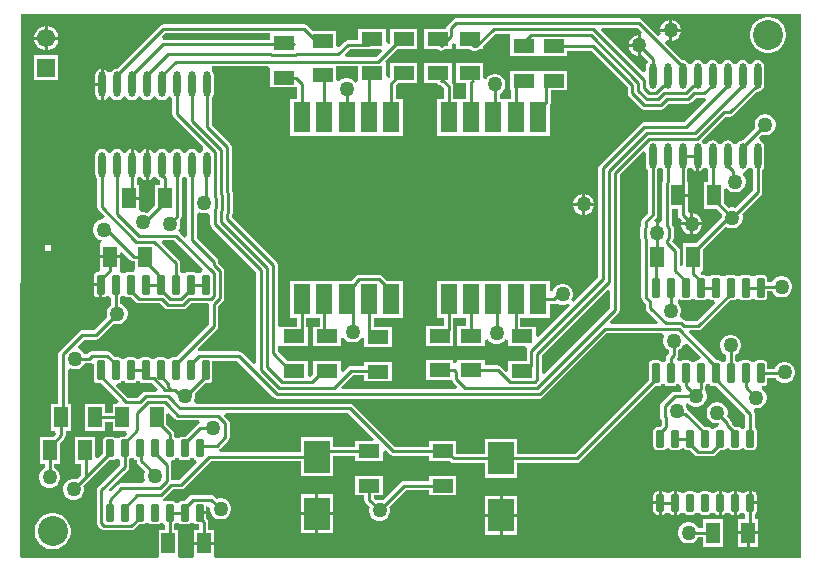
<source format=gtl>
G04*
G04 #@! TF.GenerationSoftware,Altium Limited,Altium Designer,25.0.2 (28)*
G04*
G04 Layer_Physical_Order=1*
G04 Layer_Color=255*
%FSLAX44Y44*%
%MOMM*%
G71*
G04*
G04 #@! TF.SameCoordinates,877775E4-4AF8-4732-A6CF-0C93CC7184C8*
G04*
G04*
G04 #@! TF.FilePolarity,Positive*
G04*
G01*
G75*
%ADD15C,0.2540*%
%ADD16R,2.2000X2.8000*%
G04:AMPARAMS|DCode=17|XSize=0.6mm|YSize=1.45mm|CornerRadius=0.051mm|HoleSize=0mm|Usage=FLASHONLY|Rotation=0.000|XOffset=0mm|YOffset=0mm|HoleType=Round|Shape=RoundedRectangle|*
%AMROUNDEDRECTD17*
21,1,0.6000,1.3480,0,0,0.0*
21,1,0.4980,1.4500,0,0,0.0*
1,1,0.1020,0.2490,-0.6740*
1,1,0.1020,-0.2490,-0.6740*
1,1,0.1020,-0.2490,0.6740*
1,1,0.1020,0.2490,0.6740*
%
%ADD17ROUNDEDRECTD17*%
%ADD18R,1.1500X1.8000*%
%ADD19O,0.6000X2.1500*%
G04:AMPARAMS|DCode=20|XSize=0.6mm|YSize=1.65mm|CornerRadius=0.051mm|HoleSize=0mm|Usage=FLASHONLY|Rotation=180.000|XOffset=0mm|YOffset=0mm|HoleType=Round|Shape=RoundedRectangle|*
%AMROUNDEDRECTD20*
21,1,0.6000,1.5480,0,0,180.0*
21,1,0.4980,1.6500,0,0,180.0*
1,1,0.1020,-0.2490,0.7740*
1,1,0.1020,0.2490,0.7740*
1,1,0.1020,0.2490,-0.7740*
1,1,0.1020,-0.2490,-0.7740*
%
%ADD20ROUNDEDRECTD20*%
%ADD21R,1.8000X1.1500*%
%ADD22R,1.4000X2.6000*%
%ADD31C,1.5500*%
%ADD32R,1.5500X1.5500*%
%ADD34C,2.5400*%
%ADD35C,1.2700*%
G36*
X882540Y1029835D02*
X792411D01*
X791900Y1030466D01*
X791226Y1032243D01*
X793959Y1034975D01*
X882540D01*
Y1029835D01*
D02*
G37*
G36*
X1332230Y590550D02*
X836880D01*
X834820Y591710D01*
X834820Y593090D01*
Y601980D01*
X826530D01*
X818240D01*
Y593090D01*
X818240Y591710D01*
X816180Y590550D01*
X806880D01*
X804820Y591710D01*
X804820Y593090D01*
Y614790D01*
X801445D01*
Y619864D01*
X802249Y620401D01*
X802499Y620775D01*
X803073Y620927D01*
X804747D01*
X805321Y620775D01*
X805571Y620401D01*
X806580Y619727D01*
X807770Y619490D01*
X812750D01*
X813940Y619727D01*
X814949Y620401D01*
X815199Y620775D01*
X815773Y620927D01*
X817447D01*
X818021Y620775D01*
X818271Y620401D01*
X819280Y619727D01*
X820470Y619490D01*
X822645D01*
Y614790D01*
X818240D01*
Y604520D01*
X826530D01*
X834820D01*
Y614790D01*
X830415D01*
Y621520D01*
X830119Y623007D01*
X829277Y624267D01*
X828560Y624984D01*
Y628070D01*
X822960D01*
Y630610D01*
X828560D01*
Y634548D01*
X829563Y634908D01*
X830539Y634362D01*
X831850Y633031D01*
Y631290D01*
X832456Y629029D01*
X833626Y627001D01*
X835281Y625346D01*
X837309Y624176D01*
X839570Y623570D01*
X841910D01*
X844171Y624176D01*
X846199Y625346D01*
X847854Y627001D01*
X849024Y629029D01*
X849630Y631290D01*
Y633630D01*
X849024Y635891D01*
X847854Y637919D01*
X846199Y639574D01*
X844171Y640744D01*
X841910Y641350D01*
X839570D01*
X837814Y640880D01*
X835547Y643147D01*
X834287Y643989D01*
X832800Y644285D01*
X817070D01*
X815583Y643989D01*
X814323Y643147D01*
X810366Y639190D01*
X807770D01*
X806580Y638953D01*
X805571Y638279D01*
X805321Y637905D01*
X804747Y637753D01*
X803073D01*
X802499Y637905D01*
X802249Y638279D01*
X801240Y638953D01*
X800050Y639190D01*
X795070D01*
X793880Y638953D01*
X792217Y639495D01*
X792251Y640930D01*
X792810Y641303D01*
X800402Y648895D01*
X807239D01*
X808726Y649191D01*
X809986Y650033D01*
X832539Y672585D01*
X908480D01*
Y659930D01*
X935560D01*
Y677365D01*
X954930D01*
Y672960D01*
X978010D01*
Y681036D01*
X980357Y682008D01*
X983861Y678503D01*
X985122Y677661D01*
X986608Y677365D01*
X1017160D01*
Y672960D01*
X1034746D01*
X1035253Y672453D01*
X1036513Y671611D01*
X1038000Y671315D01*
X1064690D01*
Y658660D01*
X1091770D01*
Y671315D01*
X1142150D01*
X1143637Y671611D01*
X1144897Y672453D01*
X1208934Y736490D01*
X1211530D01*
X1212720Y736727D01*
X1213729Y737401D01*
X1213979Y737775D01*
X1214553Y737927D01*
X1216227D01*
X1216801Y737775D01*
X1217051Y737401D01*
X1218060Y736727D01*
X1219250Y736490D01*
X1224230D01*
X1225420Y736727D01*
X1226429Y737401D01*
X1226679Y737775D01*
X1227253Y737927D01*
X1228456D01*
X1230555Y736600D01*
X1230851Y735113D01*
X1231505Y734135D01*
X1231001Y732182D01*
X1230758Y731595D01*
X1225152D01*
X1223665Y731299D01*
X1222405Y730457D01*
X1213913Y721965D01*
X1213071Y720705D01*
X1212775Y719218D01*
Y710802D01*
X1213071Y709315D01*
X1213913Y708055D01*
X1214287Y707680D01*
Y703221D01*
X1212956Y701890D01*
X1210360D01*
X1209170Y701653D01*
X1208161Y700979D01*
X1207487Y699970D01*
X1207250Y698780D01*
Y685300D01*
X1207487Y684110D01*
X1208161Y683101D01*
X1209170Y682427D01*
X1210360Y682190D01*
X1215340D01*
X1216530Y682427D01*
X1217539Y683101D01*
X1217789Y683475D01*
X1218363Y683627D01*
X1220037D01*
X1220611Y683475D01*
X1220861Y683101D01*
X1221870Y682427D01*
X1223060Y682190D01*
X1228040D01*
X1229230Y682427D01*
X1230239Y683101D01*
X1230489Y683475D01*
X1231063Y683627D01*
X1232737D01*
X1233311Y683475D01*
X1233561Y683101D01*
X1234570Y682427D01*
X1235760Y682190D01*
X1238356D01*
X1242313Y678233D01*
X1243573Y677391D01*
X1245060Y677095D01*
X1256840D01*
X1258327Y677391D01*
X1259587Y678233D01*
X1263544Y682190D01*
X1266140D01*
X1267330Y682427D01*
X1268339Y683101D01*
X1268589Y683475D01*
X1269163Y683627D01*
X1270837D01*
X1271411Y683475D01*
X1271661Y683101D01*
X1272670Y682427D01*
X1273860Y682190D01*
X1278840D01*
X1280030Y682427D01*
X1281039Y683101D01*
X1281289Y683475D01*
X1281863Y683627D01*
X1283537D01*
X1284111Y683475D01*
X1284361Y683101D01*
X1285370Y682427D01*
X1286560Y682190D01*
X1291540D01*
X1292730Y682427D01*
X1293739Y683101D01*
X1294413Y684110D01*
X1294650Y685300D01*
Y698780D01*
X1294413Y699970D01*
X1293739Y700979D01*
X1292935Y701516D01*
Y712880D01*
X1292639Y714367D01*
X1292118Y715146D01*
X1292618Y716572D01*
X1293466Y717550D01*
X1295300D01*
X1297561Y718156D01*
X1299589Y719326D01*
X1301244Y720981D01*
X1302414Y723009D01*
X1303020Y725270D01*
Y727610D01*
X1302414Y729871D01*
X1301244Y731899D01*
X1299589Y733554D01*
X1298902Y733950D01*
X1299582Y736490D01*
X1300430D01*
X1301620Y736727D01*
X1302629Y737401D01*
X1303303Y738410D01*
X1303540Y739600D01*
Y743455D01*
X1310636D01*
X1311146Y742571D01*
X1312801Y740916D01*
X1314829Y739746D01*
X1317090Y739140D01*
X1319430D01*
X1321691Y739746D01*
X1323719Y740916D01*
X1325374Y742571D01*
X1326544Y744599D01*
X1327150Y746860D01*
Y749200D01*
X1326544Y751461D01*
X1325374Y753489D01*
X1323719Y755144D01*
X1321691Y756314D01*
X1319430Y756920D01*
X1317090D01*
X1314829Y756314D01*
X1312801Y755144D01*
X1311146Y753489D01*
X1309976Y751461D01*
X1309912Y751225D01*
X1303540D01*
Y755080D01*
X1303303Y756270D01*
X1302629Y757279D01*
X1301620Y757953D01*
X1300430Y758190D01*
X1295450D01*
X1294260Y757953D01*
X1293251Y757279D01*
X1293001Y756905D01*
X1292427Y756753D01*
X1290753D01*
X1290179Y756905D01*
X1289929Y757279D01*
X1288920Y757953D01*
X1287730Y758190D01*
X1282750D01*
X1281560Y757953D01*
X1280551Y757279D01*
X1277975Y757241D01*
X1276425Y758618D01*
Y762868D01*
X1277999Y763776D01*
X1279654Y765431D01*
X1280824Y767459D01*
X1281430Y769720D01*
Y772060D01*
X1280824Y774321D01*
X1279654Y776349D01*
X1277999Y778004D01*
X1275971Y779174D01*
X1273710Y779780D01*
X1271370D01*
X1269109Y779174D01*
X1267081Y778004D01*
X1265426Y776349D01*
X1264256Y774321D01*
X1263650Y772060D01*
Y769720D01*
X1264256Y767459D01*
X1265426Y765431D01*
X1267081Y763776D01*
X1268655Y762868D01*
Y757816D01*
X1267851Y757279D01*
X1267601Y756905D01*
X1267027Y756753D01*
X1265353D01*
X1264779Y756905D01*
X1264529Y757279D01*
X1263520Y757953D01*
X1262330Y758190D01*
X1260652D01*
X1237613Y781229D01*
X1238585Y783575D01*
X1245410D01*
X1246897Y783871D01*
X1248157Y784713D01*
X1272434Y808990D01*
X1275030D01*
X1276220Y809227D01*
X1277229Y809901D01*
X1277479Y810275D01*
X1278053Y810427D01*
X1279727D01*
X1280301Y810275D01*
X1280551Y809901D01*
X1281560Y809227D01*
X1282750Y808990D01*
X1287730D01*
X1288920Y809227D01*
X1289929Y809901D01*
X1290179Y810275D01*
X1290753Y810427D01*
X1292427D01*
X1293001Y810275D01*
X1293251Y809901D01*
X1294260Y809227D01*
X1295450Y808990D01*
X1300430D01*
X1301620Y809227D01*
X1302629Y809901D01*
X1303303Y810910D01*
X1303540Y812100D01*
Y816535D01*
X1307697D01*
X1308606Y814961D01*
X1310261Y813306D01*
X1312289Y812136D01*
X1314550Y811530D01*
X1316890D01*
X1319151Y812136D01*
X1321179Y813306D01*
X1322834Y814961D01*
X1324004Y816989D01*
X1324610Y819250D01*
Y821590D01*
X1324004Y823851D01*
X1322834Y825879D01*
X1321179Y827534D01*
X1319151Y828704D01*
X1316890Y829310D01*
X1314550D01*
X1312289Y828704D01*
X1310261Y827534D01*
X1308606Y825879D01*
X1307697Y824305D01*
X1303540D01*
Y827580D01*
X1303303Y828770D01*
X1302629Y829779D01*
X1301620Y830453D01*
X1300430Y830690D01*
X1295450D01*
X1294260Y830453D01*
X1293251Y829779D01*
X1293001Y829405D01*
X1292427Y829253D01*
X1290753D01*
X1290179Y829405D01*
X1289929Y829779D01*
X1288920Y830453D01*
X1287730Y830690D01*
X1282750D01*
X1281560Y830453D01*
X1280551Y829779D01*
X1280301Y829405D01*
X1279727Y829253D01*
X1278053D01*
X1277479Y829405D01*
X1277229Y829779D01*
X1276220Y830453D01*
X1275030Y830690D01*
X1270050D01*
X1268860Y830453D01*
X1267851Y829779D01*
X1267601Y829405D01*
X1267027Y829253D01*
X1265353D01*
X1264779Y829405D01*
X1264529Y829779D01*
X1263520Y830453D01*
X1262330Y830690D01*
X1257350D01*
X1256160Y830453D01*
X1255151Y829779D01*
X1254901Y829405D01*
X1254327Y829253D01*
X1252653D01*
X1252079Y829405D01*
X1251829Y829779D01*
X1250820Y830453D01*
X1249630Y830690D01*
X1248252D01*
X1247465Y831740D01*
X1248736Y834280D01*
X1248840D01*
Y851866D01*
X1268572Y871599D01*
X1270379Y870556D01*
X1272640Y869950D01*
X1274980D01*
X1277241Y870556D01*
X1279269Y871726D01*
X1280924Y873381D01*
X1282094Y875409D01*
X1282700Y877670D01*
Y880010D01*
X1282230Y881766D01*
X1298147Y897683D01*
X1298989Y898943D01*
X1299285Y900430D01*
Y919383D01*
X1299394Y919456D01*
X1300619Y921288D01*
X1301048Y923450D01*
Y938950D01*
X1300619Y941112D01*
X1299394Y942944D01*
X1297562Y944168D01*
X1297272Y944226D01*
X1296436Y946982D01*
X1298658Y949205D01*
X1300580Y948690D01*
X1302920D01*
X1305181Y949296D01*
X1307209Y950466D01*
X1308864Y952121D01*
X1310034Y954149D01*
X1310640Y956410D01*
Y958750D01*
X1310034Y961011D01*
X1308864Y963039D01*
X1307209Y964694D01*
X1305181Y965864D01*
X1302920Y966470D01*
X1300580D01*
X1298319Y965864D01*
X1296291Y964694D01*
X1294636Y963039D01*
X1293466Y961011D01*
X1292860Y958750D01*
Y956410D01*
X1293286Y954820D01*
X1283004Y944538D01*
X1282700Y944598D01*
X1280538Y944168D01*
X1278706Y942944D01*
X1277733Y941489D01*
X1276350Y941281D01*
X1274967Y941489D01*
X1273994Y942944D01*
X1272162Y944168D01*
X1270000Y944598D01*
X1267838Y944168D01*
X1266006Y942944D01*
X1265033Y941489D01*
X1263650Y941281D01*
X1262267Y941489D01*
X1261294Y942944D01*
X1259462Y944168D01*
X1257300Y944598D01*
X1255138Y944168D01*
X1253306Y942944D01*
X1252333Y941489D01*
X1250950Y941281D01*
X1249567Y941489D01*
X1248594Y942944D01*
X1248440Y944512D01*
X1268317Y964389D01*
X1272224D01*
X1273711Y964685D01*
X1274971Y965527D01*
X1295271Y985827D01*
X1295400Y985801D01*
X1297562Y986231D01*
X1299394Y987456D01*
X1300619Y989288D01*
X1301048Y991450D01*
Y1006950D01*
X1300619Y1009112D01*
X1299394Y1010944D01*
X1297562Y1012169D01*
X1295400Y1012598D01*
X1293238Y1012169D01*
X1291406Y1010944D01*
X1290433Y1009489D01*
X1289050Y1009281D01*
X1287667Y1009489D01*
X1286694Y1010944D01*
X1284862Y1012169D01*
X1282700Y1012598D01*
X1280538Y1012169D01*
X1278706Y1010944D01*
X1277733Y1009489D01*
X1276350Y1009281D01*
X1274967Y1009489D01*
X1273994Y1010944D01*
X1272162Y1012169D01*
X1270000Y1012598D01*
X1267838Y1012169D01*
X1266006Y1010944D01*
X1265033Y1009489D01*
X1263650Y1009281D01*
X1262267Y1009489D01*
X1261294Y1010944D01*
X1259462Y1012169D01*
X1257300Y1012598D01*
X1255138Y1012169D01*
X1253306Y1010944D01*
X1252333Y1009489D01*
X1250950Y1009281D01*
X1249567Y1009489D01*
X1248594Y1010944D01*
X1246762Y1012169D01*
X1244600Y1012598D01*
X1242438Y1012169D01*
X1240606Y1010944D01*
X1239633Y1009489D01*
X1238250Y1009281D01*
X1236867Y1009489D01*
X1235894Y1010944D01*
X1234062Y1012169D01*
X1231900Y1012598D01*
X1231771Y1012573D01*
X1217268Y1027076D01*
X1217810Y1028237D01*
X1218748Y1029188D01*
X1220470Y1028727D01*
Y1036320D01*
X1212877D01*
X1213338Y1034598D01*
X1212387Y1033660D01*
X1211226Y1033118D01*
X1197727Y1046617D01*
X1196467Y1047459D01*
X1194980Y1047755D01*
X1040060D01*
X1038573Y1047459D01*
X1037313Y1046617D01*
X1032973Y1042277D01*
X1032131Y1041017D01*
X1031835Y1039530D01*
Y1038790D01*
X1013350D01*
Y1022210D01*
X1024144D01*
X1024683Y1021403D01*
X1025943Y1020561D01*
X1027430Y1020265D01*
X1028917Y1020561D01*
X1030177Y1021403D01*
X1030716Y1022210D01*
X1036430D01*
Y1026438D01*
X1037480Y1027224D01*
X1040020Y1025954D01*
Y1022210D01*
X1050814D01*
X1051353Y1021403D01*
X1052613Y1020561D01*
X1054100Y1020265D01*
X1057350D01*
X1058837Y1020561D01*
X1060097Y1021403D01*
X1060904Y1022210D01*
X1063100D01*
Y1024406D01*
X1073599Y1034905D01*
X1085560D01*
X1085740Y1032440D01*
X1085740D01*
Y1015860D01*
X1108820D01*
Y1015860D01*
X1111140D01*
Y1015860D01*
X1134220D01*
Y1020265D01*
X1154868D01*
X1185645Y989488D01*
Y984421D01*
X1185941Y982934D01*
X1186783Y981674D01*
X1196724Y971733D01*
X1197984Y970891D01*
X1199471Y970595D01*
X1213529D01*
X1215016Y970891D01*
X1216276Y971733D01*
X1220218Y975675D01*
X1236825D01*
X1238311Y975971D01*
X1239572Y976813D01*
X1243514Y980755D01*
X1250219D01*
X1250730Y980124D01*
X1251404Y978347D01*
X1232861Y959805D01*
X1199471D01*
X1197984Y959509D01*
X1196724Y958667D01*
X1161843Y923786D01*
X1161001Y922526D01*
X1160705Y921039D01*
Y828561D01*
X1139788Y807643D01*
X1137755Y809203D01*
X1138584Y810639D01*
X1139190Y812900D01*
Y815240D01*
X1138584Y817501D01*
X1137414Y819529D01*
X1135759Y821184D01*
X1133731Y822354D01*
X1131470Y822960D01*
X1129130D01*
X1126869Y822354D01*
X1124841Y821184D01*
X1123186Y819529D01*
X1122016Y817501D01*
X1121860Y816920D01*
X1119320Y817254D01*
Y825470D01*
X1024240D01*
Y794390D01*
X1029895D01*
Y787330D01*
X1014620D01*
Y770750D01*
X1037700D01*
Y787330D01*
X1037665D01*
Y794390D01*
X1048895D01*
Y787330D01*
X1041290D01*
Y770750D01*
X1064370D01*
Y775597D01*
X1066910Y776278D01*
X1067306Y775591D01*
X1068961Y773936D01*
X1070989Y772766D01*
X1073250Y772160D01*
X1075590D01*
X1077851Y772766D01*
X1079879Y773936D01*
X1081534Y775591D01*
X1081930Y776278D01*
X1084470Y775597D01*
Y770220D01*
X1098855D01*
X1100212Y767680D01*
X1100151Y767588D01*
X1099855Y766102D01*
Y757800D01*
X1084470D01*
Y749724D01*
X1082123Y748752D01*
X1078089Y752787D01*
X1076828Y753629D01*
X1075342Y753925D01*
X1064370D01*
Y758330D01*
X1041290D01*
Y757209D01*
X1038797Y755656D01*
X1037700Y756238D01*
Y758330D01*
X1014620D01*
Y741750D01*
X1036327D01*
X1036431Y741225D01*
X1037273Y739965D01*
X1041217Y736021D01*
X1040245Y733675D01*
X944025D01*
X943053Y736021D01*
X952657Y745625D01*
X962550D01*
Y740480D01*
X985630D01*
Y757060D01*
X962550D01*
Y753395D01*
X951048D01*
X949562Y753099D01*
X948301Y752257D01*
X944797Y748752D01*
X942450Y749724D01*
Y757800D01*
X919370D01*
Y746714D01*
X917050Y744394D01*
X914510Y745184D01*
Y757800D01*
X896924D01*
X888965Y765759D01*
Y770040D01*
X891430Y770220D01*
X891505Y770220D01*
X914510D01*
Y786800D01*
X913355D01*
Y794390D01*
X924585D01*
Y786800D01*
X919370D01*
Y770220D01*
X942450D01*
Y776867D01*
X944990Y777548D01*
X945386Y776861D01*
X947041Y775206D01*
X949069Y774036D01*
X951330Y773430D01*
X953670D01*
X955931Y774036D01*
X957959Y775206D01*
X959614Y776861D01*
X960010Y777548D01*
X962550Y776867D01*
Y769480D01*
X985630D01*
Y786060D01*
X970355D01*
Y794390D01*
X995010D01*
Y825470D01*
X981812D01*
X977795Y829487D01*
X976535Y830329D01*
X975048Y830625D01*
X957892D01*
X956405Y830329D01*
X955145Y829487D01*
X952913Y827255D01*
X952131Y826085D01*
X951516Y825470D01*
X899930D01*
Y794390D01*
X905585D01*
Y786800D01*
X891505D01*
X891430Y786800D01*
X888965Y786980D01*
Y839326D01*
X888669Y840812D01*
X887827Y842073D01*
X850165Y879735D01*
Y880867D01*
X850679Y881637D01*
X850975Y883123D01*
Y899957D01*
X850679Y901443D01*
X850165Y902213D01*
Y938649D01*
X849869Y940136D01*
X849027Y941396D01*
X833195Y957228D01*
Y980053D01*
X833304Y980126D01*
X834529Y981958D01*
X834958Y984120D01*
Y999620D01*
X834529Y1001782D01*
X833304Y1003614D01*
X833305Y1006668D01*
X833723Y1007175D01*
X880495D01*
X882540Y1005980D01*
Y989400D01*
X905585D01*
Y979470D01*
X899930D01*
Y948390D01*
X995010D01*
Y979470D01*
X989355D01*
Y991601D01*
X990964Y993210D01*
X1007220D01*
Y1009790D01*
X984140D01*
Y998446D01*
X983090Y997547D01*
X980550Y998715D01*
Y1009790D01*
X980550D01*
X979945Y1011251D01*
X990904Y1022210D01*
X1007220D01*
Y1038790D01*
X984140D01*
Y1027266D01*
X983090Y1026457D01*
X980550Y1027707D01*
Y1038790D01*
X957470D01*
Y1029305D01*
X948508D01*
X947022Y1029009D01*
X945761Y1028167D01*
X941180Y1023586D01*
X938640Y1024638D01*
Y1036990D01*
X919044D01*
X914427Y1041607D01*
X913167Y1042449D01*
X911680Y1042745D01*
X792350D01*
X790863Y1042449D01*
X789603Y1041607D01*
X753239Y1005243D01*
X753110Y1005268D01*
X750948Y1004839D01*
X749116Y1003614D01*
X748143Y1002159D01*
X746760Y1001951D01*
X745377Y1002159D01*
X744404Y1003614D01*
X742572Y1004839D01*
X741680Y1005016D01*
Y991870D01*
Y978724D01*
X742572Y978901D01*
X744404Y980126D01*
X745377Y981581D01*
X746760Y981789D01*
X748143Y981581D01*
X749116Y980126D01*
X750948Y978901D01*
X753110Y978472D01*
X755272Y978901D01*
X757104Y980126D01*
X758077Y981581D01*
X759460Y981789D01*
X760843Y981581D01*
X761816Y980126D01*
X763648Y978901D01*
X765810Y978472D01*
X767972Y978901D01*
X769804Y980126D01*
X770777Y981581D01*
X772160Y981789D01*
X773543Y981581D01*
X774516Y980126D01*
X776348Y978901D01*
X778510Y978472D01*
X780672Y978901D01*
X782504Y980126D01*
X783477Y981581D01*
X784860Y981789D01*
X786243Y981581D01*
X787216Y980126D01*
X789048Y978901D01*
X791210Y978472D01*
X793372Y978901D01*
X795204Y980126D01*
X796177Y981581D01*
X797560Y981789D01*
X798943Y981581D01*
X799916Y980126D01*
X800025Y980053D01*
Y966651D01*
X800321Y965164D01*
X801163Y963904D01*
X826054Y939013D01*
X825642Y935832D01*
X825316Y935614D01*
X824343Y934159D01*
X822960Y933951D01*
X821577Y934159D01*
X820604Y935614D01*
X818772Y936839D01*
X816610Y937269D01*
X814448Y936839D01*
X812616Y935614D01*
X811643Y934159D01*
X810260Y933951D01*
X808877Y934159D01*
X807904Y935614D01*
X806072Y936839D01*
X803910Y937269D01*
X801748Y936839D01*
X799916Y935614D01*
X798943Y934159D01*
X797560Y933951D01*
X796177Y934159D01*
X795204Y935614D01*
X793372Y936839D01*
X791210Y937269D01*
X789048Y936839D01*
X787216Y935614D01*
X786243Y934159D01*
X784860Y933951D01*
X783477Y934159D01*
X782504Y935614D01*
X780672Y936839D01*
X779780Y937016D01*
Y923870D01*
Y910724D01*
X780672Y910901D01*
X782504Y912126D01*
X783477Y913581D01*
X784860Y913789D01*
X786243Y913581D01*
X787216Y912126D01*
X789048Y910901D01*
X789625Y910787D01*
Y906890D01*
X785220D01*
Y889304D01*
X778828Y882912D01*
X778131Y883314D01*
X775870Y883920D01*
X774295D01*
X773530Y883920D01*
X771800Y886086D01*
Y894080D01*
X763510D01*
Y896620D01*
X771800D01*
Y906890D01*
X769695D01*
Y912053D01*
X769804Y912126D01*
X770777Y913581D01*
X772160Y913789D01*
X773543Y913581D01*
X774516Y912126D01*
X776348Y910901D01*
X777240Y910724D01*
Y923870D01*
Y937016D01*
X776348Y936839D01*
X774516Y935614D01*
X773543Y934159D01*
X772160Y933951D01*
X770777Y934159D01*
X769804Y935614D01*
X767972Y936839D01*
X767080Y937016D01*
Y923870D01*
X764540D01*
Y937016D01*
X763648Y936839D01*
X761816Y935614D01*
X760843Y934159D01*
X759460Y933951D01*
X758077Y934159D01*
X757104Y935614D01*
X755272Y936839D01*
X753110Y937269D01*
X750948Y936839D01*
X749116Y935614D01*
X748143Y934159D01*
X746760Y933951D01*
X745377Y934159D01*
X744404Y935614D01*
X742572Y936839D01*
X740410Y937269D01*
X738248Y936839D01*
X736416Y935614D01*
X735191Y933782D01*
X734762Y931620D01*
Y916120D01*
X735191Y913958D01*
X736416Y912126D01*
X736525Y912053D01*
Y887767D01*
X736821Y886281D01*
X737663Y885021D01*
X742574Y880110D01*
X741522Y877570D01*
X740510D01*
X738249Y876964D01*
X736221Y875794D01*
X734566Y874139D01*
X733396Y872111D01*
X732790Y869850D01*
Y867510D01*
X733396Y865249D01*
X734566Y863221D01*
X736221Y861566D01*
X738249Y860396D01*
X740099Y859900D01*
X739765Y857360D01*
X738710D01*
Y847090D01*
X747000D01*
X755290D01*
Y848856D01*
X757637Y849828D01*
X764391Y843073D01*
X765652Y842231D01*
X767138Y841935D01*
X768710D01*
Y835485D01*
X767281Y833567D01*
X766605Y833230D01*
X762050D01*
X760860Y832993D01*
X759851Y832319D01*
X759601Y831945D01*
X759027Y831793D01*
X757353D01*
X756779Y831945D01*
X756563Y832267D01*
X755290Y834280D01*
Y844550D01*
X747000D01*
X738710D01*
Y834280D01*
X736609Y833222D01*
X735460Y832993D01*
X734451Y832319D01*
X733777Y831310D01*
X733540Y830120D01*
Y823650D01*
X739140D01*
Y822380D01*
X740410D01*
Y811530D01*
X741630D01*
X742820Y811767D01*
X743829Y812441D01*
X746405Y812479D01*
X747955Y811102D01*
Y804849D01*
X747651Y804674D01*
X745996Y803019D01*
X744826Y800991D01*
X744220Y798730D01*
Y796390D01*
X744690Y794634D01*
X733583Y783527D01*
X723364D01*
X721877Y783231D01*
X720617Y782389D01*
X704643Y766415D01*
X703801Y765155D01*
X703505Y763668D01*
Y721470D01*
X697300D01*
Y698390D01*
X700766D01*
X701316Y695850D01*
X698996Y693530D01*
X687910D01*
Y670450D01*
X692075D01*
Y667152D01*
X690501Y666244D01*
X688846Y664589D01*
X687676Y662561D01*
X687070Y660300D01*
Y657960D01*
X687676Y655699D01*
X688846Y653671D01*
X690501Y652016D01*
X692529Y650846D01*
X694790Y650240D01*
X697130D01*
X699391Y650846D01*
X701419Y652016D01*
X703074Y653671D01*
X704244Y655699D01*
X704850Y657960D01*
Y660300D01*
X704244Y662561D01*
X703074Y664589D01*
X701419Y666244D01*
X699845Y667152D01*
Y670450D01*
X704490D01*
Y688036D01*
X708337Y691883D01*
X709179Y693143D01*
X709475Y694630D01*
Y698390D01*
X713880D01*
Y721470D01*
X711275D01*
Y749885D01*
X713815Y751351D01*
X714119Y751176D01*
X716380Y750570D01*
X718720D01*
X720981Y751176D01*
X723009Y752346D01*
X724664Y754001D01*
X725573Y755575D01*
X729189D01*
X730676Y755871D01*
X731000Y756088D01*
X733465Y754926D01*
X733540Y754838D01*
Y742140D01*
X733777Y740950D01*
X734451Y739941D01*
X735460Y739267D01*
X736650Y739030D01*
X739246D01*
X754460Y723817D01*
X753488Y721470D01*
X749370D01*
Y713815D01*
X742880D01*
Y721470D01*
X726300D01*
Y698390D01*
X742880D01*
Y706045D01*
X749370D01*
Y698390D01*
X760948D01*
X761920Y696043D01*
X759566Y693690D01*
X756970D01*
X755780Y693453D01*
X754771Y692779D01*
X754521Y692405D01*
X753947Y692253D01*
X752273D01*
X751699Y692405D01*
X751449Y692779D01*
X750440Y693453D01*
X749250Y693690D01*
X744270D01*
X743080Y693453D01*
X742071Y692779D01*
X741397Y691770D01*
X741160Y690580D01*
Y679484D01*
X736837Y675160D01*
X734490Y676132D01*
Y693530D01*
X717910D01*
Y670450D01*
X722555D01*
Y660739D01*
X719206Y657390D01*
X717450Y657860D01*
X715110D01*
X712849Y657254D01*
X710821Y656084D01*
X709166Y654429D01*
X707996Y652401D01*
X707390Y650140D01*
Y647800D01*
X707996Y645539D01*
X709166Y643511D01*
X710821Y641856D01*
X712849Y640686D01*
X715110Y640080D01*
X717450D01*
X719711Y640686D01*
X721739Y641856D01*
X723394Y643511D01*
X724564Y645539D01*
X725170Y647800D01*
Y650140D01*
X724700Y651896D01*
X729187Y656383D01*
X729469Y656805D01*
X746654Y673990D01*
X749250D01*
X750440Y674227D01*
X751449Y674901D01*
X754025Y674939D01*
X755575Y673562D01*
Y669629D01*
X737203Y651257D01*
X736361Y649997D01*
X736065Y648510D01*
Y620811D01*
X736361Y619324D01*
X737203Y618064D01*
X739734Y615533D01*
X740994Y614691D01*
X742481Y614395D01*
X765350D01*
X766837Y614691D01*
X768097Y615533D01*
X772054Y619490D01*
X774650D01*
X775840Y619727D01*
X776849Y620401D01*
X777099Y620775D01*
X777673Y620927D01*
X779347D01*
X779921Y620775D01*
X780171Y620401D01*
X781180Y619727D01*
X782370Y619490D01*
X787350D01*
X788540Y619727D01*
X789549Y620401D01*
X792125Y620439D01*
X793675Y619062D01*
Y614790D01*
X788240D01*
Y593090D01*
X788240Y591710D01*
X786180Y590550D01*
X672573D01*
X670562Y592565D01*
X671830Y1051560D01*
X1332230D01*
Y590550D01*
D02*
G37*
G36*
X977570Y1019863D02*
X972651Y1014945D01*
X946845D01*
X945873Y1017291D01*
X950117Y1021535D01*
X966470D01*
X967957Y1021831D01*
X968524Y1022210D01*
X976598D01*
X977570Y1019863D01*
D02*
G37*
G36*
X1197205Y1036151D02*
X1196495Y1034405D01*
X1196340Y1034216D01*
Y1024890D01*
Y1016027D01*
X1197996Y1016470D01*
X1201315Y1013151D01*
X1202506Y1010944D01*
X1201281Y1009112D01*
X1200852Y1006950D01*
Y1002957D01*
X1198505Y1001985D01*
X1162851Y1037639D01*
X1163823Y1039985D01*
X1193371D01*
X1197205Y1036151D01*
D02*
G37*
G36*
X957470Y995537D02*
X954959Y993442D01*
X954534Y993519D01*
X952879Y995174D01*
X950851Y996344D01*
X948590Y996950D01*
X946250D01*
X943989Y996344D01*
X941961Y995174D01*
X941180Y994392D01*
X938640Y995444D01*
Y1007175D01*
X957470D01*
Y995537D01*
D02*
G37*
G36*
X1245870Y918054D02*
X1246762Y918231D01*
X1248594Y919456D01*
X1249567Y920911D01*
X1250950Y921119D01*
X1252333Y920911D01*
X1253306Y919456D01*
X1253415Y919383D01*
Y909430D01*
X1250040D01*
Y886350D01*
X1261126D01*
X1265458Y882018D01*
X1264920Y880010D01*
Y878934D01*
X1243346Y857360D01*
X1232260D01*
Y839307D01*
X1229720Y837950D01*
X1229625Y838014D01*
Y850768D01*
X1229329Y852255D01*
X1228487Y853515D01*
X1223017Y858985D01*
X1223217Y859185D01*
X1224059Y860445D01*
X1224355Y861932D01*
Y870348D01*
X1224059Y871835D01*
X1223217Y873095D01*
X1222655Y873658D01*
Y886350D01*
X1228015D01*
Y881380D01*
X1228311Y879893D01*
X1229153Y878633D01*
X1231100Y876686D01*
X1230657Y875030D01*
X1238250D01*
Y882751D01*
X1236641Y884390D01*
X1236620Y886350D01*
X1236620D01*
Y896620D01*
X1228330D01*
Y899160D01*
X1236620D01*
Y909430D01*
X1235785D01*
Y919383D01*
X1235894Y919456D01*
X1236867Y920911D01*
X1238250Y921119D01*
X1239633Y920911D01*
X1240606Y919456D01*
X1242438Y918231D01*
X1243330Y918054D01*
Y931200D01*
X1245870D01*
Y918054D01*
D02*
G37*
G36*
X1290433Y920911D02*
X1291406Y919456D01*
X1291515Y919383D01*
Y902039D01*
X1276736Y887260D01*
X1274980Y887730D01*
X1272640D01*
X1271136Y887327D01*
X1266620Y891844D01*
Y903313D01*
X1269160Y903993D01*
X1269236Y903861D01*
X1270891Y902206D01*
X1272919Y901036D01*
X1275180Y900430D01*
X1277520D01*
X1279781Y901036D01*
X1281809Y902206D01*
X1283464Y903861D01*
X1284634Y905889D01*
X1285240Y908150D01*
Y910490D01*
X1284634Y912751D01*
X1283464Y914779D01*
X1282867Y915376D01*
X1283812Y918023D01*
X1284862Y918231D01*
X1286694Y919456D01*
X1287667Y920911D01*
X1289050Y921119D01*
X1290433Y920911D01*
D02*
G37*
G36*
X1214233D02*
X1215206Y919456D01*
X1215315Y919383D01*
Y910156D01*
X1215181Y909955D01*
X1214885Y908468D01*
Y876504D01*
X1212345Y874798D01*
X1211580Y875003D01*
Y866140D01*
X1209040D01*
Y875344D01*
X1208945Y875454D01*
X1208063Y877371D01*
X1209247Y878555D01*
X1210089Y879815D01*
X1210385Y881302D01*
Y919383D01*
X1210494Y919456D01*
X1211467Y920911D01*
X1212850Y921119D01*
X1214233Y920911D01*
D02*
G37*
G36*
X811643Y913581D02*
X812616Y912126D01*
X812725Y912053D01*
Y863120D01*
X810185Y862068D01*
X806109Y866144D01*
X804923Y868373D01*
X805462Y869529D01*
X806032Y870516D01*
X806637Y872777D01*
Y875118D01*
X806167Y876873D01*
X806657Y877363D01*
X807499Y878623D01*
X807795Y880110D01*
Y912053D01*
X807904Y912126D01*
X808877Y913581D01*
X810260Y913789D01*
X811643Y913581D01*
D02*
G37*
G36*
X825667Y835599D02*
X824627Y833046D01*
X824360Y832993D01*
X823351Y832319D01*
X823101Y831945D01*
X822527Y831793D01*
X820853D01*
X820279Y831945D01*
X820029Y832319D01*
X819020Y832993D01*
X817830Y833230D01*
X812850D01*
X811660Y832993D01*
X810651Y832319D01*
X808075Y832281D01*
X806525Y833658D01*
Y840318D01*
X806229Y841805D01*
X805387Y843065D01*
X790896Y857556D01*
X791868Y859903D01*
X801363D01*
X825667Y835599D01*
D02*
G37*
G36*
X1254901Y810275D02*
X1255151Y809901D01*
X1256160Y809227D01*
X1257350Y808990D01*
X1258128D01*
X1259100Y806644D01*
X1243801Y791345D01*
X1234682D01*
X1233339Y792687D01*
X1232079Y793529D01*
X1231241Y793696D01*
X1230167Y795278D01*
X1229849Y796365D01*
X1230024Y796669D01*
X1230630Y798930D01*
Y801270D01*
X1230024Y803531D01*
X1228854Y805559D01*
X1227723Y806690D01*
X1227867Y809105D01*
X1228427Y809342D01*
X1229947Y809770D01*
X1230760Y809227D01*
X1231950Y808990D01*
X1236930D01*
X1238120Y809227D01*
X1239129Y809901D01*
X1239379Y810275D01*
X1239953Y810427D01*
X1241627D01*
X1242201Y810275D01*
X1242451Y809901D01*
X1243460Y809227D01*
X1244650Y808990D01*
X1249630D01*
X1250820Y809227D01*
X1251829Y809901D01*
X1252079Y810275D01*
X1252653Y810427D01*
X1254327D01*
X1254901Y810275D01*
D02*
G37*
G36*
X1200852Y934120D02*
Y923450D01*
X1201281Y921288D01*
X1202506Y919456D01*
X1202615Y919383D01*
Y882911D01*
X1198243Y878539D01*
X1197401Y877278D01*
X1197105Y875792D01*
Y872650D01*
X1196561Y871835D01*
X1196265Y870348D01*
Y861932D01*
X1196561Y860445D01*
X1197105Y859630D01*
Y811551D01*
X1197401Y810064D01*
X1198243Y808804D01*
X1200876Y806171D01*
Y802711D01*
X1201172Y801224D01*
X1202014Y799964D01*
X1210887Y791091D01*
X1209914Y788745D01*
X1171379D01*
X1170407Y791091D01*
X1177497Y798181D01*
X1178339Y799441D01*
X1178635Y800928D01*
Y915222D01*
X1198505Y935092D01*
X1200852Y934120D01*
D02*
G37*
G36*
X759601Y812815D02*
X759851Y812441D01*
X760860Y811767D01*
X762050Y811530D01*
X764646D01*
X768603Y807573D01*
X769863Y806731D01*
X771350Y806435D01*
X789567D01*
X793510Y802493D01*
X794770Y801651D01*
X796256Y801355D01*
X809024D01*
X810510Y801651D01*
X811770Y802493D01*
X815713Y806435D01*
X830334D01*
X830965Y805666D01*
Y788949D01*
X802746Y760730D01*
X800150D01*
X798960Y760493D01*
X797951Y759819D01*
X797701Y759445D01*
X797127Y759293D01*
X795453D01*
X794879Y759445D01*
X794629Y759819D01*
X793620Y760493D01*
X792430Y760730D01*
X787450D01*
X786260Y760493D01*
X785251Y759819D01*
X785001Y759445D01*
X784427Y759293D01*
X782753D01*
X782179Y759445D01*
X781929Y759819D01*
X780920Y760493D01*
X779730Y760730D01*
X774750D01*
X773560Y760493D01*
X772551Y759819D01*
X772301Y759445D01*
X771727Y759293D01*
X770053D01*
X769479Y759445D01*
X769229Y759819D01*
X768220Y760493D01*
X767030Y760730D01*
X762050D01*
X760860Y760493D01*
X759851Y759819D01*
X759601Y759445D01*
X759027Y759293D01*
X757353D01*
X756779Y759445D01*
X756529Y759819D01*
X755520Y760493D01*
X754330Y760730D01*
X751734D01*
X747777Y764687D01*
X746517Y765529D01*
X745030Y765825D01*
X731669D01*
X730183Y765529D01*
X728922Y764687D01*
X727898Y763662D01*
X725263Y763882D01*
X724664Y764919D01*
X723009Y766574D01*
X720981Y767744D01*
X720642Y767835D01*
X719883Y770668D01*
X724973Y775758D01*
X735192D01*
X736679Y776053D01*
X737939Y776895D01*
X750184Y789140D01*
X751940Y788670D01*
X754280D01*
X756541Y789276D01*
X758569Y790446D01*
X760224Y792101D01*
X761394Y794129D01*
X762000Y796390D01*
Y798730D01*
X761394Y800991D01*
X760224Y803019D01*
X758569Y804674D01*
X756541Y805844D01*
X755725Y806063D01*
Y811904D01*
X756529Y812441D01*
X756779Y812815D01*
X757353Y812967D01*
X759027D01*
X759601Y812815D01*
D02*
G37*
G36*
X1126869Y805786D02*
X1129130Y805180D01*
X1131470D01*
X1133731Y805786D01*
X1135167Y806615D01*
X1136727Y804582D01*
X1109897Y777752D01*
X1107550Y778724D01*
Y786800D01*
X1094665D01*
Y794390D01*
X1119320D01*
Y806045D01*
X1123411D01*
X1124897Y806341D01*
X1125365Y806654D01*
X1126869Y805786D01*
D02*
G37*
G36*
X1216171Y778435D02*
X1215996Y778131D01*
X1215390Y775870D01*
Y773530D01*
X1215996Y771269D01*
X1217166Y769241D01*
X1218821Y767586D01*
X1220395Y766677D01*
Y764177D01*
X1218993Y762775D01*
X1218151Y761515D01*
X1217855Y760028D01*
Y757816D01*
X1217051Y757279D01*
X1216801Y756905D01*
X1216227Y756753D01*
X1214553D01*
X1213979Y756905D01*
X1213729Y757279D01*
X1212720Y757953D01*
X1211530Y758190D01*
X1206550D01*
X1205360Y757953D01*
X1204351Y757279D01*
X1203677Y756270D01*
X1203440Y755080D01*
Y741984D01*
X1140541Y679085D01*
X1091770D01*
Y691740D01*
X1064690D01*
Y679085D01*
X1040240D01*
Y689540D01*
X1017160D01*
Y685135D01*
X988217D01*
X953055Y720297D01*
X951795Y721139D01*
X950308Y721435D01*
X819835D01*
X818369Y723975D01*
X818544Y724279D01*
X819150Y726540D01*
Y728880D01*
X818861Y729958D01*
X827934Y739030D01*
X830530D01*
X831720Y739267D01*
X832729Y739941D01*
X833403Y740950D01*
X833640Y742140D01*
Y757620D01*
X833997Y758055D01*
X854424D01*
X885437Y727043D01*
X886697Y726201D01*
X888184Y725905D01*
X1110797D01*
X1112283Y726201D01*
X1113543Y727043D01*
X1167476Y780975D01*
X1214705D01*
X1216171Y778435D01*
D02*
G37*
G36*
X1247125Y760730D02*
X1246073Y758190D01*
X1244650D01*
X1243460Y757953D01*
X1242451Y757279D01*
X1242201Y756905D01*
X1241627Y756753D01*
X1239953D01*
X1239379Y756905D01*
X1239129Y757279D01*
X1238120Y757953D01*
X1236930Y758190D01*
X1231950D01*
X1230760Y757953D01*
X1229751Y757279D01*
X1227467Y758433D01*
X1226865Y759132D01*
X1227020Y759791D01*
X1227079Y759899D01*
X1227869Y761082D01*
X1228165Y762568D01*
Y766677D01*
X1229739Y767586D01*
X1231394Y769241D01*
X1232564Y771269D01*
X1232655Y771608D01*
X1235488Y772367D01*
X1247125Y760730D01*
D02*
G37*
G36*
X823339Y883256D02*
X825600Y882650D01*
X827940D01*
X829695Y883120D01*
X831253Y882346D01*
X832235Y881497D01*
Y873300D01*
X832531Y871813D01*
X833373Y870553D01*
X871035Y832891D01*
Y755751D01*
X868689Y754779D01*
X858780Y764687D01*
X857520Y765529D01*
X856033Y765825D01*
X822421D01*
X821910Y766456D01*
X821236Y768233D01*
X837597Y784593D01*
X838439Y785853D01*
X838735Y787340D01*
Y804057D01*
X842677Y808000D01*
X843519Y809260D01*
X843815Y810746D01*
Y834014D01*
X843519Y835500D01*
X842677Y836760D01*
X838735Y840703D01*
Y841811D01*
X838439Y843297D01*
X837597Y844558D01*
X820495Y861660D01*
Y881965D01*
X823035Y883431D01*
X823339Y883256D01*
D02*
G37*
G36*
X1170865Y817231D02*
Y802537D01*
X1115051Y746723D01*
X1112705Y747695D01*
Y762389D01*
X1168519Y818203D01*
X1170865Y817231D01*
D02*
G37*
G36*
X772301Y740315D02*
X772551Y739941D01*
X773560Y739267D01*
X774750Y739030D01*
X778895D01*
X778970Y739015D01*
X782441D01*
X787405Y734051D01*
X786433Y731705D01*
X777228D01*
X775741Y731409D01*
X774481Y730567D01*
X770539Y726625D01*
X762639D01*
X752580Y736684D01*
X753552Y739030D01*
X754330D01*
X755520Y739267D01*
X756529Y739941D01*
X756779Y740315D01*
X757353Y740467D01*
X759027D01*
X759601Y740315D01*
X759851Y739941D01*
X760860Y739267D01*
X762050Y739030D01*
X767030D01*
X768220Y739267D01*
X769229Y739941D01*
X769479Y740315D01*
X770053Y740467D01*
X771727D01*
X772301Y740315D01*
D02*
G37*
G36*
X1254901Y737775D02*
X1255151Y737401D01*
X1256160Y736727D01*
X1257350Y736490D01*
X1259946D01*
X1285165Y711271D01*
Y701516D01*
X1284361Y700979D01*
X1284111Y700605D01*
X1283537Y700453D01*
X1281863D01*
X1281289Y700605D01*
X1281039Y700979D01*
X1280030Y701653D01*
X1278840Y701890D01*
X1276244D01*
X1273409Y704725D01*
Y705326D01*
X1273113Y706812D01*
X1272271Y708073D01*
X1269530Y710814D01*
X1270000Y712570D01*
Y714910D01*
X1269394Y717171D01*
X1268224Y719199D01*
X1266569Y720854D01*
X1264541Y722024D01*
X1262280Y722630D01*
X1259940D01*
X1257679Y722024D01*
X1255651Y720854D01*
X1253996Y719199D01*
X1252826Y717171D01*
X1252220Y714910D01*
Y712570D01*
X1252826Y710309D01*
X1253996Y708281D01*
X1255651Y706626D01*
X1257679Y705456D01*
X1259940Y704850D01*
X1262280D01*
X1262370Y704874D01*
X1262766Y704430D01*
X1261626Y701890D01*
X1261160D01*
X1259970Y701653D01*
X1258961Y700979D01*
X1258711Y700605D01*
X1258137Y700453D01*
X1256463D01*
X1255889Y700605D01*
X1255639Y700979D01*
X1254630Y701653D01*
X1253440Y701890D01*
X1250844D01*
X1236921Y715813D01*
X1235661Y716655D01*
X1235579Y716671D01*
X1235104Y718441D01*
X1234462Y719554D01*
X1235415Y721889D01*
X1235752Y722212D01*
X1236216Y722251D01*
X1237871Y720596D01*
X1239899Y719426D01*
X1242160Y718820D01*
X1244500D01*
X1246761Y719426D01*
X1248789Y720596D01*
X1250444Y722251D01*
X1251614Y724279D01*
X1252220Y726540D01*
Y728880D01*
X1251614Y731141D01*
X1250695Y732733D01*
X1250729Y732783D01*
X1251025Y734269D01*
Y736864D01*
X1251829Y737401D01*
X1252079Y737775D01*
X1252653Y737927D01*
X1254327D01*
X1254901Y737775D01*
D02*
G37*
G36*
X802207Y708716D02*
X803468Y707874D01*
X804954Y707579D01*
X822165D01*
X823632Y705039D01*
X823566Y704925D01*
X823210D01*
X821723Y704629D01*
X820463Y703787D01*
X810366Y693690D01*
X807770D01*
X806580Y693453D01*
X805571Y692779D01*
X802995Y692741D01*
X801445Y694118D01*
Y695780D01*
X801149Y697267D01*
X800307Y698527D01*
X794950Y703884D01*
Y712655D01*
X797297Y713627D01*
X802207Y708716D01*
D02*
G37*
G36*
X970478Y691887D02*
X969506Y689540D01*
X954930D01*
Y685135D01*
X935560D01*
Y693010D01*
X908480D01*
Y680355D01*
X840607D01*
X839837Y682895D01*
X840101Y683071D01*
X847297Y690267D01*
X848139Y691527D01*
X848435Y693014D01*
Y705248D01*
X848139Y706735D01*
X847297Y707995D01*
X843973Y711319D01*
X844946Y713665D01*
X948699D01*
X970478Y691887D01*
D02*
G37*
G36*
X818021Y675275D02*
X818271Y674901D01*
X819280Y674227D01*
X819547Y674174D01*
X820586Y671621D01*
X805630Y656665D01*
X798905D01*
Y661592D01*
Y670008D01*
X798609Y671495D01*
X799996Y673990D01*
X800050D01*
X801240Y674227D01*
X802249Y674901D01*
X802499Y675275D01*
X803073Y675427D01*
X804747D01*
X805321Y675275D01*
X805571Y674901D01*
X806580Y674227D01*
X807770Y673990D01*
X812750D01*
X813940Y674227D01*
X814949Y674901D01*
X815199Y675275D01*
X815773Y675427D01*
X817447D01*
X818021Y675275D01*
D02*
G37*
G36*
X767221D02*
X767471Y674901D01*
X768480Y674227D01*
X769670Y673990D01*
X769865D01*
Y672780D01*
X770161Y671293D01*
X771003Y670033D01*
X776806Y664230D01*
X776576Y663831D01*
X775970Y661570D01*
Y659230D01*
X776576Y656969D01*
X776751Y656665D01*
X775285Y654125D01*
X756600D01*
X755113Y653829D01*
X753853Y652987D01*
X748351Y647484D01*
X745594Y648320D01*
X745538Y648604D01*
X762207Y665273D01*
X763049Y666533D01*
X763345Y668020D01*
Y674364D01*
X764149Y674901D01*
X764399Y675275D01*
X764973Y675427D01*
X766647D01*
X767221Y675275D01*
D02*
G37*
%LPC*%
G36*
X1223010Y1046453D02*
Y1038860D01*
X1230603D01*
X1230024Y1041021D01*
X1228854Y1043049D01*
X1227199Y1044704D01*
X1225171Y1045874D01*
X1223010Y1046453D01*
D02*
G37*
G36*
X1220470D02*
X1218309Y1045874D01*
X1216281Y1044704D01*
X1214626Y1043049D01*
X1213456Y1041021D01*
X1212877Y1038860D01*
X1220470D01*
Y1046453D01*
D02*
G37*
G36*
X694605Y1041330D02*
X694520D01*
Y1032310D01*
X703540D01*
Y1032395D01*
X702839Y1035012D01*
X701484Y1037358D01*
X699568Y1039274D01*
X697222Y1040629D01*
X694605Y1041330D01*
D02*
G37*
G36*
X691980D02*
X691895D01*
X689278Y1040629D01*
X686932Y1039274D01*
X685016Y1037358D01*
X683661Y1035012D01*
X682960Y1032395D01*
Y1032310D01*
X691980D01*
Y1041330D01*
D02*
G37*
G36*
X1230603Y1036320D02*
X1223010D01*
Y1028727D01*
X1225171Y1029306D01*
X1227199Y1030476D01*
X1228854Y1032131D01*
X1230024Y1034159D01*
X1230603Y1036320D01*
D02*
G37*
G36*
X703540Y1029770D02*
X694520D01*
Y1020750D01*
X694605D01*
X697222Y1021451D01*
X699568Y1022806D01*
X701484Y1024722D01*
X702839Y1027068D01*
X703540Y1029685D01*
Y1029770D01*
D02*
G37*
G36*
X691980D02*
X682960D01*
Y1029685D01*
X683661Y1027068D01*
X685016Y1024722D01*
X686932Y1022806D01*
X689278Y1021451D01*
X691895Y1020750D01*
X691980D01*
Y1029770D01*
D02*
G37*
G36*
X1305791Y1049020D02*
X1302789D01*
X1299845Y1048434D01*
X1297071Y1047286D01*
X1294575Y1045618D01*
X1292452Y1043495D01*
X1290784Y1040999D01*
X1289636Y1038225D01*
X1289050Y1035281D01*
Y1032279D01*
X1289636Y1029335D01*
X1290784Y1026561D01*
X1292452Y1024065D01*
X1294575Y1021942D01*
X1297071Y1020275D01*
X1299845Y1019126D01*
X1302789Y1018540D01*
X1305791D01*
X1308735Y1019126D01*
X1311509Y1020275D01*
X1314005Y1021942D01*
X1316128Y1024065D01*
X1317796Y1026561D01*
X1318944Y1029335D01*
X1319530Y1032279D01*
Y1035281D01*
X1318944Y1038225D01*
X1317796Y1040999D01*
X1316128Y1043495D01*
X1314005Y1045618D01*
X1311509Y1047286D01*
X1308735Y1048434D01*
X1305791Y1049020D01*
D02*
G37*
G36*
X703540Y1016330D02*
X682960D01*
Y995750D01*
X703540D01*
Y1016330D01*
D02*
G37*
G36*
X739140Y1005016D02*
X738248Y1004839D01*
X736416Y1003614D01*
X735191Y1001782D01*
X734762Y999620D01*
Y993140D01*
X739140D01*
Y1005016D01*
D02*
G37*
G36*
X1063100Y1009790D02*
X1040020D01*
Y993210D01*
X1048895D01*
Y979470D01*
X1037665D01*
Y990670D01*
X1037369Y992157D01*
X1036527Y993417D01*
X1036430Y993514D01*
Y1009790D01*
X1013350D01*
Y993210D01*
X1024144D01*
X1024683Y992403D01*
X1025943Y991561D01*
X1027430Y991265D01*
X1027691D01*
X1029895Y989061D01*
Y979470D01*
X1024240D01*
Y948390D01*
X1119320D01*
Y974097D01*
X1119919Y974993D01*
X1120215Y976480D01*
Y986860D01*
X1134220D01*
Y1003440D01*
X1111140D01*
Y1003440D01*
X1108820D01*
Y1003440D01*
X1085740D01*
Y986860D01*
X1086895D01*
Y979470D01*
X1076925D01*
Y983848D01*
X1078499Y984756D01*
X1080154Y986411D01*
X1081324Y988439D01*
X1081930Y990700D01*
Y993040D01*
X1081324Y995301D01*
X1080154Y997329D01*
X1078499Y998984D01*
X1076471Y1000154D01*
X1074210Y1000760D01*
X1071870D01*
X1069609Y1000154D01*
X1067581Y998984D01*
X1065926Y997329D01*
X1065640Y996833D01*
X1063100Y997513D01*
Y1009790D01*
D02*
G37*
G36*
X739140Y990600D02*
X734762D01*
Y984120D01*
X735191Y981958D01*
X736416Y980126D01*
X738248Y978901D01*
X739140Y978724D01*
Y990600D01*
D02*
G37*
G36*
X1149350Y899133D02*
Y891540D01*
X1156943D01*
X1156364Y893701D01*
X1155194Y895729D01*
X1153539Y897384D01*
X1151511Y898554D01*
X1149350Y899133D01*
D02*
G37*
G36*
X1146810D02*
X1144649Y898554D01*
X1142621Y897384D01*
X1140966Y895729D01*
X1139796Y893701D01*
X1139217Y891540D01*
X1146810D01*
Y899133D01*
D02*
G37*
G36*
X1156943Y889000D02*
X1149350D01*
Y881407D01*
X1151511Y881986D01*
X1153539Y883156D01*
X1155194Y884811D01*
X1156364Y886839D01*
X1156943Y889000D01*
D02*
G37*
G36*
X1146810D02*
X1139217D01*
X1139796Y886839D01*
X1140966Y884811D01*
X1142621Y883156D01*
X1144649Y881986D01*
X1146810Y881407D01*
Y889000D01*
D02*
G37*
G36*
X697230Y855980D02*
X692150D01*
Y850900D01*
X697230D01*
Y855980D01*
D02*
G37*
G36*
X737870Y821110D02*
X733540D01*
Y814640D01*
X733777Y813450D01*
X734451Y812441D01*
X735460Y811767D01*
X736650Y811530D01*
X737870D01*
Y821110D01*
D02*
G37*
G36*
X1287780Y647390D02*
X1286560D01*
X1285370Y647153D01*
X1284361Y646479D01*
X1284111Y646105D01*
X1283537Y645953D01*
X1281863D01*
X1281289Y646105D01*
X1281039Y646479D01*
X1280030Y647153D01*
X1278840Y647390D01*
X1277620D01*
Y637540D01*
Y627690D01*
X1278840D01*
X1280030Y627927D01*
X1281039Y628601D01*
X1283615Y628639D01*
X1285165Y627262D01*
Y623680D01*
X1279250D01*
Y613410D01*
X1287540D01*
X1295830D01*
Y623680D01*
X1292935D01*
Y628064D01*
X1293739Y628601D01*
X1294413Y629610D01*
X1294650Y630800D01*
Y636270D01*
X1289050D01*
Y637540D01*
X1287780D01*
Y647390D01*
D02*
G37*
G36*
X1275080D02*
X1273860D01*
X1272670Y647153D01*
X1271661Y646479D01*
X1271411Y646105D01*
X1270837Y645953D01*
X1269163D01*
X1268589Y646105D01*
X1268339Y646479D01*
X1267330Y647153D01*
X1266140Y647390D01*
X1264920D01*
Y637540D01*
Y627690D01*
X1266140D01*
X1267330Y627927D01*
X1268339Y628601D01*
X1268589Y628975D01*
X1269163Y629127D01*
X1270837D01*
X1271411Y628975D01*
X1271661Y628601D01*
X1272670Y627927D01*
X1273860Y627690D01*
X1275080D01*
Y637540D01*
Y647390D01*
D02*
G37*
G36*
X1262380D02*
X1261160D01*
X1259970Y647153D01*
X1258961Y646479D01*
X1258711Y646105D01*
X1258137Y645953D01*
X1256463D01*
X1255889Y646105D01*
X1255639Y646479D01*
X1254630Y647153D01*
X1253440Y647390D01*
X1248460D01*
X1247270Y647153D01*
X1246261Y646479D01*
X1246011Y646105D01*
X1245437Y645953D01*
X1243763D01*
X1243189Y646105D01*
X1242939Y646479D01*
X1241930Y647153D01*
X1240740Y647390D01*
X1235760D01*
X1234570Y647153D01*
X1233561Y646479D01*
X1233311Y646105D01*
X1232737Y645953D01*
X1231063D01*
X1230489Y646105D01*
X1230239Y646479D01*
X1229230Y647153D01*
X1228040Y647390D01*
X1226820D01*
Y637540D01*
Y627690D01*
X1228040D01*
X1229230Y627927D01*
X1230239Y628601D01*
X1230489Y628975D01*
X1231063Y629127D01*
X1232737D01*
X1233311Y628975D01*
X1233561Y628601D01*
X1234570Y627927D01*
X1235760Y627690D01*
X1240740D01*
X1241930Y627927D01*
X1242939Y628601D01*
X1243189Y628975D01*
X1243763Y629127D01*
X1245437D01*
X1246011Y628975D01*
X1246261Y628601D01*
X1247270Y627927D01*
X1248460Y627690D01*
X1253440D01*
X1254630Y627927D01*
X1255639Y628601D01*
X1255889Y628975D01*
X1256463Y629127D01*
X1258137D01*
X1258711Y628975D01*
X1258961Y628601D01*
X1259970Y627927D01*
X1261160Y627690D01*
X1262380D01*
Y637540D01*
Y647390D01*
D02*
G37*
G36*
X1224280D02*
X1223060D01*
X1221870Y647153D01*
X1220861Y646479D01*
X1220611Y646105D01*
X1220037Y645953D01*
X1218363D01*
X1217789Y646105D01*
X1217539Y646479D01*
X1216530Y647153D01*
X1215340Y647390D01*
X1214120D01*
Y637540D01*
Y627690D01*
X1215340D01*
X1216530Y627927D01*
X1217539Y628601D01*
X1217789Y628975D01*
X1218363Y629127D01*
X1220037D01*
X1220611Y628975D01*
X1220861Y628601D01*
X1221870Y627927D01*
X1223060Y627690D01*
X1224280D01*
Y637540D01*
Y647390D01*
D02*
G37*
G36*
X1040240Y660540D02*
X1017160D01*
Y656135D01*
X996420D01*
X994933Y655839D01*
X993673Y654997D01*
X978286Y639610D01*
X976530Y640080D01*
X974190D01*
X972434Y639610D01*
X970624Y641420D01*
X971004Y643960D01*
X978010D01*
Y660540D01*
X954930D01*
Y643960D01*
X962585D01*
Y640080D01*
X962881Y638593D01*
X963723Y637333D01*
X966940Y634116D01*
X966470Y632360D01*
Y630020D01*
X967076Y627759D01*
X968246Y625731D01*
X969901Y624076D01*
X971929Y622906D01*
X974190Y622300D01*
X976530D01*
X978791Y622906D01*
X980819Y624076D01*
X982474Y625731D01*
X983644Y627759D01*
X984250Y630020D01*
Y632360D01*
X983780Y634116D01*
X998029Y648365D01*
X1017160D01*
Y643960D01*
X1040240D01*
Y660540D01*
D02*
G37*
G36*
X1291540Y647390D02*
X1290320D01*
Y638810D01*
X1294650D01*
Y644280D01*
X1294413Y645470D01*
X1293739Y646479D01*
X1292730Y647153D01*
X1291540Y647390D01*
D02*
G37*
G36*
X1211580D02*
X1210360D01*
X1209170Y647153D01*
X1208161Y646479D01*
X1207487Y645470D01*
X1207250Y644280D01*
Y638810D01*
X1211580D01*
Y647390D01*
D02*
G37*
G36*
X935560Y645010D02*
X923290D01*
Y629740D01*
X935560D01*
Y645010D01*
D02*
G37*
G36*
X920750D02*
X908480D01*
Y629740D01*
X920750D01*
Y645010D01*
D02*
G37*
G36*
X1091770Y643740D02*
X1079500D01*
Y628470D01*
X1091770D01*
Y643740D01*
D02*
G37*
G36*
X1076960D02*
X1064690D01*
Y628470D01*
X1076960D01*
Y643740D01*
D02*
G37*
G36*
X1211580Y636270D02*
X1207250D01*
Y630800D01*
X1207487Y629610D01*
X1208161Y628601D01*
X1209170Y627927D01*
X1210360Y627690D01*
X1211580D01*
Y636270D01*
D02*
G37*
G36*
X1265830Y623680D02*
X1249250D01*
Y616025D01*
X1245003D01*
X1244094Y617599D01*
X1242439Y619254D01*
X1240411Y620424D01*
X1238150Y621030D01*
X1235810D01*
X1233549Y620424D01*
X1231521Y619254D01*
X1229866Y617599D01*
X1228696Y615571D01*
X1228090Y613310D01*
Y610970D01*
X1228696Y608709D01*
X1229866Y606681D01*
X1231521Y605026D01*
X1233549Y603856D01*
X1235810Y603250D01*
X1238150D01*
X1240411Y603856D01*
X1242439Y605026D01*
X1244094Y606681D01*
X1245003Y608255D01*
X1249250D01*
Y600600D01*
X1265830D01*
Y623680D01*
D02*
G37*
G36*
X935560Y627200D02*
X923290D01*
Y611930D01*
X935560D01*
Y627200D01*
D02*
G37*
G36*
X920750D02*
X908480D01*
Y611930D01*
X920750D01*
Y627200D01*
D02*
G37*
G36*
X1091770Y625930D02*
X1079500D01*
Y610660D01*
X1091770D01*
Y625930D01*
D02*
G37*
G36*
X1076960D02*
X1064690D01*
Y610660D01*
X1076960D01*
Y625930D01*
D02*
G37*
G36*
X1295830Y610870D02*
X1288810D01*
Y600600D01*
X1295830D01*
Y610870D01*
D02*
G37*
G36*
X1286270D02*
X1279250D01*
Y600600D01*
X1286270D01*
Y610870D01*
D02*
G37*
G36*
X700001Y628650D02*
X696999D01*
X694055Y628064D01*
X691281Y626916D01*
X688785Y625248D01*
X686662Y623125D01*
X684995Y620629D01*
X683846Y617855D01*
X683260Y614911D01*
Y611909D01*
X683846Y608965D01*
X684995Y606191D01*
X686662Y603695D01*
X688785Y601572D01*
X691281Y599905D01*
X694055Y598756D01*
X696999Y598170D01*
X700001D01*
X702945Y598756D01*
X705719Y599905D01*
X708215Y601572D01*
X710338Y603695D01*
X712005Y606191D01*
X713154Y608965D01*
X713740Y611909D01*
Y614911D01*
X713154Y617855D01*
X712005Y620629D01*
X710338Y623125D01*
X708215Y625248D01*
X705719Y626916D01*
X702945Y628064D01*
X700001Y628650D01*
D02*
G37*
G36*
X1193800Y1033753D02*
X1191639Y1033174D01*
X1189611Y1032004D01*
X1187956Y1030349D01*
X1186786Y1028321D01*
X1186207Y1026160D01*
X1193800D01*
Y1033753D01*
D02*
G37*
G36*
Y1023620D02*
X1186207D01*
X1186786Y1021459D01*
X1187956Y1019431D01*
X1189611Y1017776D01*
X1191639Y1016606D01*
X1193800Y1016027D01*
Y1023620D01*
D02*
G37*
G36*
X1240790Y882623D02*
Y875030D01*
X1248383D01*
X1247804Y877191D01*
X1246634Y879219D01*
X1244979Y880874D01*
X1242951Y882044D01*
X1240790Y882623D01*
D02*
G37*
G36*
X1248383Y872490D02*
X1240790D01*
Y864897D01*
X1242951Y865476D01*
X1244979Y866646D01*
X1246634Y868301D01*
X1247804Y870329D01*
X1248383Y872490D01*
D02*
G37*
G36*
X1238250D02*
X1230657D01*
X1231236Y870329D01*
X1232406Y868301D01*
X1234061Y866646D01*
X1236089Y865476D01*
X1238250Y864897D01*
Y872490D01*
D02*
G37*
%LPD*%
D15*
X794050Y732900D02*
X798458D01*
X1253170Y612140D02*
X1257540Y607770D01*
X798458Y732900D02*
X802321D01*
X1236980Y612140D02*
X1253170D01*
X789068Y650240D02*
X795020Y656192D01*
Y661592D01*
X784860Y660400D02*
Y661670D01*
X790063Y644050D02*
X798793Y652780D01*
X773750Y672780D02*
X784860Y661670D01*
X798793Y652780D02*
X807239D01*
X783668Y650240D02*
X789068D01*
X769920Y644050D02*
X790063D01*
X756600Y650240D02*
X783668D01*
X795020Y661592D02*
Y670008D01*
X786590Y677860D02*
X787168D01*
X784860Y679590D02*
X786590Y677860D01*
X787168D02*
X795020Y670008D01*
X739950Y620811D02*
Y648510D01*
Y620811D02*
X742481Y618280D01*
X765350D01*
X772160Y625090D01*
Y629340D01*
X759460Y668020D02*
Y688090D01*
X739950Y648510D02*
X759460Y668020D01*
X807239Y652780D02*
X830929Y676470D01*
X759460Y633590D02*
X769920Y644050D01*
X773750Y672780D02*
Y682250D01*
X772160Y683840D02*
X773750Y682250D01*
X784860Y679590D02*
Y683840D01*
X746760Y640400D02*
X756600Y650240D01*
X759460Y629340D02*
Y633590D01*
X838335Y711463D02*
X844550Y705248D01*
Y693014D02*
Y705248D01*
X810260Y688090D02*
X823210Y701040D01*
X834390D01*
X837354Y685818D02*
X844550Y693014D01*
X804954Y711463D02*
X838335D01*
X1225152Y727710D02*
X1243330D01*
X1212850Y696290D02*
X1218172Y701612D01*
X1216660Y710802D02*
Y719218D01*
X1250950Y692040D02*
Y696290D01*
X1216660Y719218D02*
X1225152Y727710D01*
X1228764Y713066D02*
X1234174D01*
X1226820Y715010D02*
X1228764Y713066D01*
X1216660Y710802D02*
X1218172Y709289D01*
X1234174Y713066D02*
X1250950Y696290D01*
X1218172Y701612D02*
Y709289D01*
X801300Y722302D02*
X806052Y717550D01*
X950308D02*
X986608Y681250D01*
X796220Y720197D02*
X804954Y711463D01*
X796220Y720197D02*
Y720508D01*
X796092Y727820D02*
X801300Y722612D01*
X777228Y727820D02*
X796092D01*
X779332Y722740D02*
X793988D01*
X807511Y727710D02*
X811120D01*
X801300Y722302D02*
Y722612D01*
X793988Y722740D02*
X796220Y720508D01*
X802321Y732900D02*
X807511Y727710D01*
X811120D02*
X828040Y744630D01*
X806052Y717550D02*
X950308D01*
X723364Y779642D02*
X735192D01*
X707390Y763668D02*
X723364Y779642D01*
X717550Y759460D02*
X729189D01*
X705590Y709930D02*
X707390Y711730D01*
Y763668D01*
X729189Y759460D02*
X731669Y761940D01*
X745030D01*
X952500Y782320D02*
Y806450D01*
X947470Y811480D02*
X952500Y806450D01*
X791210Y999620D02*
X802650Y1011060D01*
X974260D01*
X796160Y1017270D02*
X883362D01*
X904798D02*
X940358D01*
X883362D02*
X883502Y1017130D01*
X904658D02*
X904798Y1017270D01*
X778510Y999620D02*
X796160Y1017270D01*
X940358D02*
X948508Y1025420D01*
X883502Y1017130D02*
X904658D01*
X792350Y1038860D02*
X911680D01*
X753110Y999620D02*
X792350Y1038860D01*
X911680D02*
X925120Y1025420D01*
X765810Y999620D02*
X792140Y1025950D01*
X894080D02*
X902970D01*
X792140D02*
X894080D01*
X1109780Y969930D02*
X1116330Y976480D01*
Y995150D01*
X1109780Y963930D02*
Y969930D01*
X1035720Y1039530D02*
X1040060Y1043870D01*
X1194980D01*
X1035720Y1032440D02*
Y1039530D01*
X1027430Y1024710D02*
X1031350Y1028630D01*
X1031910D02*
X1035720Y1032440D01*
X974260Y1011060D02*
X989890Y1026690D01*
X1031350Y1028630D02*
X1031910D01*
X1027430Y1024150D02*
Y1024710D01*
X1258330Y894640D02*
X1273810Y879160D01*
X1271866Y876896D02*
X1273810Y878840D01*
X1240550Y831680D02*
Y849070D01*
X1268376Y876896D01*
X1295400Y900430D02*
Y931200D01*
X1268376Y876896D02*
X1271866D01*
X1273810Y878840D02*
Y879160D01*
Y878840D02*
X1295400Y900430D01*
X740410Y887767D02*
Y923870D01*
X771574Y863788D02*
X802972D01*
X753110Y882252D02*
Y923870D01*
X740410Y887767D02*
X769547Y858630D01*
X776440Y875030D02*
X793510Y892100D01*
X769547Y858630D02*
X784328D01*
X802640Y840318D01*
X753110Y882252D02*
X771574Y863788D01*
X774700Y875030D02*
X776440D01*
X770261Y713669D02*
X779332Y722740D01*
X759460Y688090D02*
X770261Y698891D01*
X822960Y683840D02*
Y684088D01*
X770261Y698891D02*
Y713669D01*
X761030Y722740D02*
X772148D01*
X777228Y727820D01*
X822960Y684088D02*
X824690Y685818D01*
X784050Y742900D02*
X794050Y732900D01*
X824690Y685818D02*
X837354D01*
X796131Y735489D02*
X798458Y733162D01*
X777240Y822380D02*
X789940D01*
X791176Y810320D02*
X796256Y805240D01*
X789940Y817130D02*
X791670Y815400D01*
X793281D01*
X798361Y810320D01*
X806919D02*
X811999Y815400D01*
X813610D01*
X815340Y817130D02*
Y822380D01*
X789940Y817130D02*
Y822380D01*
X796256Y805240D02*
X809024D01*
X814104Y810320D01*
X798361D02*
X806919D01*
X814104D02*
X832319D01*
X771350D02*
X791176D01*
X813610Y815400D02*
X815340Y817130D01*
X764540D02*
X771350Y810320D01*
X815340Y822380D02*
X828040D01*
X947470Y811480D02*
Y815930D01*
Y809930D02*
Y811480D01*
X979740Y815660D02*
Y822048D01*
Y815660D02*
X985470Y809930D01*
X975048Y826740D02*
X979740Y822048D01*
X955660Y824508D02*
X957892Y826740D01*
X955660Y824120D02*
Y824508D01*
X947470Y815930D02*
X955660Y824120D01*
X957892Y826740D02*
X975048D01*
X810260Y683840D02*
Y688090D01*
X695960Y681750D02*
X696200Y681990D01*
X695960Y659130D02*
Y681750D01*
X797560Y683840D02*
Y695780D01*
X786660Y706680D02*
X797560Y695780D01*
X786660Y706680D02*
Y709930D01*
X746760Y629340D02*
Y640400D01*
X810260Y633590D02*
X817070Y640400D01*
X832800D01*
X840740Y632460D01*
X810260Y629340D02*
Y633590D01*
X797560Y629340D02*
X810260D01*
X1285240Y819840D02*
X1297940D01*
X1298520Y820420D01*
X1247140Y819840D02*
X1259840D01*
X1040020Y742712D02*
X1047862Y734870D01*
X1204761Y802711D02*
Y807780D01*
X1258110Y749070D02*
Y755238D01*
Y749070D02*
X1259840Y747340D01*
X1204761Y802711D02*
X1217532Y789940D01*
X1047862Y734870D02*
X1108692D01*
X1221740Y800100D02*
Y819840D01*
X822150Y761940D02*
X856033D01*
X1110797Y729790D02*
X1165866Y784860D01*
X1233073Y787460D02*
X1245410D01*
X815340Y749880D02*
Y755130D01*
X822150Y761940D01*
X1165866Y784860D02*
X1228488D01*
X1258110Y755238D01*
X1217532Y789940D02*
X1230593D01*
X856033Y761940D02*
X888184Y729790D01*
X1110797D01*
X1230593Y789940D02*
X1233073Y787460D01*
X1224280Y762568D02*
Y774700D01*
X880000Y752342D02*
X892392Y739950D01*
X874920Y750238D02*
Y834500D01*
X880000Y752342D02*
Y836604D01*
X890288Y734870D02*
X936408D01*
X874920Y750238D02*
X890288Y734870D01*
X892392Y739950D02*
X918100D01*
X739140Y744630D02*
Y749880D01*
Y744630D02*
X761030Y722740D01*
X986608Y681250D02*
X1028700D01*
X830929Y676470D02*
X922020D01*
X1142150Y675200D02*
X1209040Y742090D01*
X1078230Y675200D02*
X1142150D01*
X1209040Y742090D02*
Y747340D01*
X926800Y681250D02*
X966470D01*
X922020Y676470D02*
X926800Y681250D01*
X1031950D02*
X1038000Y675200D01*
X1028700Y681250D02*
X1031950D01*
X1038000Y675200D02*
X1078230D01*
X996420Y652250D02*
X1028700D01*
X975360Y631190D02*
X996420Y652250D01*
X966470Y640080D02*
X975360Y631190D01*
X966470Y640080D02*
Y652250D01*
X1238250Y687790D02*
X1245060Y680980D01*
X1256840D01*
X1263650Y687790D01*
X1225550Y692040D02*
X1238250D01*
X1263650Y687790D02*
Y692040D01*
X1238250Y687790D02*
Y692040D01*
X744278Y868680D02*
X767138Y845820D01*
X777000D01*
X741680Y868680D02*
X744278D01*
X802640Y822380D02*
Y840318D01*
X802972Y863788D02*
X834850Y831909D01*
X764540Y817130D02*
Y822380D01*
X839930Y810746D02*
Y834014D01*
X797747Y873948D02*
X803910Y880110D01*
X834850Y805666D02*
X839930Y810746D01*
X832319Y810320D02*
X834850Y812851D01*
Y839094D02*
Y841811D01*
Y812851D02*
Y831909D01*
Y839094D02*
X839930Y834014D01*
X834850Y787340D02*
Y805666D01*
X751840Y796290D02*
Y822380D01*
X793510Y892100D02*
Y895350D01*
X826770Y891540D02*
X828648Y893418D01*
Y923208D01*
X829310Y923870D01*
X846280Y882313D02*
X847090Y883123D01*
Y899957D01*
X846280Y900767D02*
X847090Y899957D01*
X846280Y878126D02*
Y882313D01*
Y900767D02*
Y938649D01*
X836120Y886522D02*
X836930Y887332D01*
X842010Y885227D02*
Y897853D01*
X836120Y896558D02*
X836930Y895748D01*
X841200Y884417D02*
X842010Y885227D01*
X841200Y875404D02*
Y884417D01*
X836930Y887332D02*
Y895748D01*
X836120Y873300D02*
Y886522D01*
X841200Y898663D02*
X842010Y897853D01*
X841200Y898663D02*
Y936545D01*
X836120Y896558D02*
Y934441D01*
X816610Y860051D02*
Y923870D01*
X803910Y880110D02*
Y923870D01*
X735192Y779642D02*
X751840Y796290D01*
Y749880D02*
Y755130D01*
X745030Y761940D02*
X751840Y755130D01*
X816610Y860051D02*
X834850Y841811D01*
X802640Y755130D02*
X834850Y787340D01*
X802640Y749880D02*
Y755130D01*
X764540Y749880D02*
X777240D01*
Y744630D02*
Y749880D01*
Y744630D02*
X778970Y742900D01*
X784050D01*
X828040Y744630D02*
Y749880D01*
X789940Y744630D02*
X796131Y738439D01*
Y735489D02*
Y738439D01*
X789940Y744630D02*
Y749880D01*
X696200Y681990D02*
Y685240D01*
X705590Y694630D02*
Y709930D01*
X696200Y685240D02*
X705590Y694630D01*
X726440Y659270D02*
X746760Y679590D01*
X726440Y659270D02*
Y681750D01*
Y659130D02*
Y659270D01*
X716280Y648970D02*
X726440Y659130D01*
X726200Y681990D02*
X726440Y681750D01*
X746760Y679590D02*
Y683840D01*
X734590Y709930D02*
X757660D01*
X1245410Y787460D02*
X1272540Y814590D01*
X1200990Y811551D02*
X1204761Y807780D01*
X1231900Y881380D02*
Y931200D01*
Y881380D02*
X1239520Y873760D01*
X1210310Y846060D02*
Y866140D01*
Y846060D02*
X1210550Y845820D01*
X1218770Y860232D02*
X1220470Y861932D01*
X1218770Y872048D02*
Y908468D01*
X1200150Y861932D02*
X1200990Y861092D01*
Y811551D02*
Y861092D01*
X1218770Y857738D02*
Y860232D01*
Y872048D02*
X1220470Y870348D01*
Y861932D02*
Y870348D01*
X1200990Y871188D02*
Y875792D01*
X1200150Y861932D02*
Y870348D01*
X1200990Y871188D01*
X1218770Y857738D02*
X1225740Y850768D01*
Y833790D02*
Y850768D01*
X1218770Y908468D02*
X1219200Y908898D01*
X1225740Y833790D02*
X1234440Y825090D01*
X1219200Y908898D02*
Y931200D01*
X1234440Y819840D02*
Y825090D01*
X1272540Y814590D02*
Y819840D01*
X1200990Y875792D02*
X1206500Y881302D01*
Y931200D01*
X1272540Y747340D02*
Y770890D01*
X1282700Y938740D02*
X1301540Y957580D01*
X1301750D01*
X1282700Y931200D02*
Y938740D01*
X1221740Y747340D02*
Y760028D01*
X1224280Y762568D01*
X1274406Y911264D02*
X1276350Y909320D01*
X1270000Y922631D02*
Y931200D01*
Y922631D02*
X1274406Y918225D01*
Y911264D02*
Y918225D01*
X1285240Y735330D02*
Y747340D01*
Y735330D02*
X1294130Y726440D01*
X1269524Y703116D02*
Y705326D01*
X1261110Y713740D02*
X1269524Y705326D01*
X1276350Y692040D02*
Y696290D01*
X1269524Y703116D02*
X1276350Y696290D01*
X1259840Y742090D02*
X1289050Y712880D01*
Y692040D02*
Y712880D01*
X1259840Y742090D02*
Y747340D01*
X1212850Y692040D02*
Y696290D01*
Y637540D02*
X1225550D01*
X1289050Y609280D02*
Y637540D01*
X1287540Y607770D02*
X1289050Y609280D01*
X1287540Y604520D02*
Y607770D01*
X1234440Y736600D02*
Y747340D01*
Y736600D02*
X1243330Y727710D01*
Y730459D01*
X1247140Y734269D02*
Y747340D01*
X1243330Y730459D02*
X1247140Y734269D01*
X1316990Y748030D02*
X1318260D01*
X1297940Y747340D02*
X1316300D01*
X1316990Y748030D01*
X1298520Y820420D02*
X1315720D01*
X1231900Y931200D02*
X1244600D01*
X1258330Y894640D02*
Y897890D01*
X1206500Y999200D02*
Y1013460D01*
X1195070Y1024890D02*
X1206500Y1013460D01*
X1123411Y809930D02*
X1127551Y814070D01*
X1109780Y809930D02*
X1123411D01*
X1127551Y814070D02*
X1130300D01*
X1071780Y809930D02*
X1074420Y807290D01*
Y781050D02*
Y807290D01*
X1073040Y965190D02*
Y991870D01*
X1071780Y963930D02*
X1073040Y965190D01*
X947420Y963980D02*
X947470Y963930D01*
X947420Y963980D02*
Y988060D01*
X1257300Y898920D02*
Y931200D01*
Y898920D02*
X1258330Y897890D01*
X1209040Y819840D02*
Y844310D01*
X1210550Y845820D01*
X1240550Y831680D02*
X1247140Y825090D01*
Y819840D02*
Y825090D01*
X1253060Y612250D02*
X1257540Y607770D01*
X822960Y625090D02*
X826530Y621520D01*
X822960Y625090D02*
Y629340D01*
X826530Y603250D02*
Y621520D01*
X796530Y603250D02*
X797560Y604280D01*
Y629340D01*
X777000Y842570D02*
X788210Y831360D01*
Y824110D02*
Y831360D01*
X777000Y842570D02*
Y845820D01*
X788210Y824110D02*
X789940Y822380D01*
X742481Y829360D02*
X747000Y833879D01*
X739140Y822380D02*
Y827630D01*
X747000Y833879D02*
Y845820D01*
X740870Y829360D02*
X742481D01*
X739140Y827630D02*
X740870Y829360D01*
X793510Y895350D02*
Y912884D01*
X791210Y915184D02*
X793510Y912884D01*
X791210Y915184D02*
Y923870D01*
X765810Y897650D02*
Y923870D01*
X763510Y895350D02*
X765810Y897650D01*
X836120Y873300D02*
X874920Y834500D01*
X846280Y878126D02*
X885080Y839326D01*
Y764150D02*
Y839326D01*
X841200Y875404D02*
X880000Y836604D01*
X829310Y955619D02*
X846280Y938649D01*
X918100Y739950D02*
X927660Y749510D01*
X930910D01*
X803910Y966651D02*
Y991870D01*
Y966651D02*
X836120Y934441D01*
X936408Y734870D02*
X951048Y749510D01*
X969010D01*
X816610Y961135D02*
X841200Y936545D01*
X816610Y961135D02*
Y991870D01*
X829310Y955619D02*
Y991870D01*
X885080Y764150D02*
X899720Y749510D01*
X902970D01*
X1174750Y800928D02*
Y916831D01*
X1108692Y734870D02*
X1174750Y800928D01*
Y916831D02*
X1203679Y945760D01*
X1169670Y824848D02*
Y859378D01*
X1169670Y859378D02*
X1169670Y859378D01*
Y859378D02*
Y918935D01*
X1103740Y766102D02*
X1164590Y826952D01*
Y921039D01*
X1108820Y763998D02*
X1169670Y824848D01*
X1164590Y921039D02*
X1199471Y955920D01*
X1169670Y918935D02*
X1201575Y950840D01*
X1106588Y739950D02*
X1108820Y742182D01*
X1085432Y739950D02*
X1106588D01*
X1108820Y742182D02*
Y763998D01*
X1075342Y750040D02*
X1085432Y739950D01*
X1236825Y950840D02*
X1242090D01*
X1295400Y991450D02*
Y999200D01*
X1272224Y968274D02*
X1295400Y991450D01*
X1266708Y968274D02*
X1272224D01*
X1244194Y945760D02*
X1266708Y968274D01*
X1234721Y945760D02*
X1244194D01*
X1234721Y945760D02*
X1234721Y945760D01*
X1203679Y945760D02*
X1234721D01*
X1040020Y742712D02*
Y748552D01*
X1038532Y750040D02*
X1040020Y748552D01*
X1026160Y750040D02*
X1038532D01*
X1199471Y955920D02*
X1234470D01*
X1270000Y991450D01*
X1236825Y950840D02*
X1236825Y950840D01*
X1201575Y950840D02*
X1236825D01*
X1242090Y950840D02*
X1282700Y991450D01*
X1052830Y750040D02*
X1075342D01*
X1282700Y991450D02*
Y999200D01*
X1099260Y749510D02*
X1103740Y753990D01*
Y766102D01*
X1270000Y991450D02*
Y999200D01*
X1096010Y749510D02*
X1099260D01*
X1241905Y984640D02*
X1250490D01*
X1257300Y991450D02*
Y999200D01*
X1250490Y984640D02*
X1257300Y991450D01*
X1236825Y979560D02*
X1241905Y984640D01*
X1216505D02*
X1234721D01*
X1218609Y979560D02*
X1236825D01*
X1234721Y984640D02*
X1240869Y990788D01*
X989890Y1026690D02*
X993140D01*
X791210Y991870D02*
Y999620D01*
X778510Y991870D02*
Y999620D01*
X948508Y1025420D02*
X966470D01*
X765810Y991870D02*
Y999620D01*
X753110Y991870D02*
Y999620D01*
X925120Y1025420D02*
X928370D01*
X1231900Y999200D02*
Y1006950D01*
X1194980Y1043870D02*
X1231900Y1006950D01*
X1156206Y1038790D02*
X1199690Y995306D01*
X1194610Y986525D02*
Y993202D01*
X1189530Y984421D02*
Y991097D01*
X1156478Y1024150D02*
X1189530Y991097D01*
X1154102Y1033710D02*
X1194610Y993202D01*
X1071990Y1038790D02*
X1156206D01*
X1199690Y988629D02*
Y995306D01*
X1194610Y986525D02*
X1201575Y979560D01*
X1189530Y984421D02*
X1199471Y974480D01*
X1199690Y988629D02*
X1203679Y984640D01*
X1209321D02*
X1215469Y990788D01*
X1203679Y984640D02*
X1209321D01*
X1199471Y974480D02*
X1213529D01*
X1215469Y990788D02*
X1217602D01*
X1219200Y992386D02*
Y999200D01*
X1217602Y990788D02*
X1219200Y992386D01*
X1211425Y979560D02*
X1216505Y984640D01*
X1201575Y979560D02*
X1211425D01*
X1213529Y974480D02*
X1218609Y979560D01*
X1116330Y1024150D02*
X1156478D01*
X1244600Y992386D02*
Y999200D01*
X1240869Y990788D02*
X1243002D01*
X1244600Y992386D01*
X1103740Y1033710D02*
X1154102D01*
X1057350Y1024150D02*
X1071990Y1038790D01*
X1054100Y1024150D02*
X1057350D01*
X1094180D02*
X1103740Y1033710D01*
X1090930Y1024150D02*
X1094180D01*
X909470Y782990D02*
Y809930D01*
X904990Y778510D02*
X909470Y782990D01*
X902970Y778510D02*
X904990D01*
X928470Y780950D02*
Y809930D01*
Y780950D02*
X930910Y778510D01*
X966470Y781050D02*
Y809930D01*
Y781050D02*
X969010Y778510D01*
X1029300Y779040D02*
X1033780Y783520D01*
Y809930D01*
X1026160Y779040D02*
X1029300D01*
X1052780Y779090D02*
X1052830Y779040D01*
X1052780Y779090D02*
Y809930D01*
X1090780Y782990D02*
Y809930D01*
Y782990D02*
X1095260Y778510D01*
X1096010D01*
X1090780Y963930D02*
Y995000D01*
X1090930Y995150D01*
X1052780Y993830D02*
X1054100Y995150D01*
X1052780Y963930D02*
Y993830D01*
X1027430Y995150D02*
X1029300D01*
X1033780Y963930D02*
Y990670D01*
X1029300Y995150D02*
X1033780Y990670D01*
X985470Y993210D02*
X989950Y997690D01*
X993140D01*
X985470Y963930D02*
Y993210D01*
X966470Y963930D02*
Y996420D01*
X966470Y996420D01*
X928470Y963930D02*
Y996320D01*
X928370Y996420D02*
X928470Y996320D01*
X902970Y996950D02*
X904990D01*
X909470Y963930D02*
Y992470D01*
X904990Y996950D02*
X909470Y992470D01*
D16*
X922020Y676470D02*
D03*
Y628470D02*
D03*
X1078230Y627200D02*
D03*
Y675200D02*
D03*
D17*
X1289050Y692040D02*
D03*
X1276350D02*
D03*
X1263650D02*
D03*
X1250950D02*
D03*
X1238250D02*
D03*
X1225550D02*
D03*
X1212850D02*
D03*
X1289050Y637540D02*
D03*
X1276350D02*
D03*
X1263650D02*
D03*
X1250950D02*
D03*
X1238250D02*
D03*
X1225550D02*
D03*
X1212850D02*
D03*
X746760Y629340D02*
D03*
X759460D02*
D03*
X772160D02*
D03*
X784860D02*
D03*
X797560D02*
D03*
X810260D02*
D03*
X822960D02*
D03*
X746760Y683840D02*
D03*
X759460D02*
D03*
X772160D02*
D03*
X784860D02*
D03*
X797560D02*
D03*
X810260D02*
D03*
X822960D02*
D03*
D18*
X726200Y681990D02*
D03*
X696200D02*
D03*
X705590Y709930D02*
D03*
X734590D02*
D03*
X757660D02*
D03*
X786660D02*
D03*
X1287540Y612140D02*
D03*
X1257540D02*
D03*
X1240550Y845820D02*
D03*
X1210550D02*
D03*
X1228330Y897890D02*
D03*
X1258330D02*
D03*
X826530Y603250D02*
D03*
X796530D02*
D03*
X777000Y845820D02*
D03*
X747000D02*
D03*
X763510Y895350D02*
D03*
X793510D02*
D03*
D19*
X1295400Y999200D02*
D03*
X1282700D02*
D03*
X1270000D02*
D03*
X1257300D02*
D03*
X1244600D02*
D03*
X1231900D02*
D03*
X1219200D02*
D03*
X1206500D02*
D03*
X1295400Y931200D02*
D03*
X1282700D02*
D03*
X1270000D02*
D03*
X1257300D02*
D03*
X1244600D02*
D03*
X1231900D02*
D03*
X1219200D02*
D03*
X1206500D02*
D03*
X829310Y991870D02*
D03*
X816610D02*
D03*
X803910D02*
D03*
X791210D02*
D03*
X778510D02*
D03*
X765810D02*
D03*
X753110D02*
D03*
X740410D02*
D03*
X829310Y923870D02*
D03*
X816610D02*
D03*
X803910D02*
D03*
X791210D02*
D03*
X778510D02*
D03*
X765810D02*
D03*
X753110D02*
D03*
X740410D02*
D03*
D20*
X1209040Y747340D02*
D03*
X1221740D02*
D03*
X1234440D02*
D03*
X1247140D02*
D03*
X1259840D02*
D03*
X1272540D02*
D03*
X1285240D02*
D03*
X1297940D02*
D03*
X1209040Y819840D02*
D03*
X1221740D02*
D03*
X1234440D02*
D03*
X1247140D02*
D03*
X1259840D02*
D03*
X1272540D02*
D03*
X1285240D02*
D03*
X1297940D02*
D03*
X739140Y749880D02*
D03*
X751840D02*
D03*
X764540D02*
D03*
X777240D02*
D03*
X789940D02*
D03*
X802640D02*
D03*
X815340D02*
D03*
X828040D02*
D03*
X739140Y822380D02*
D03*
X751840D02*
D03*
X764540D02*
D03*
X777240D02*
D03*
X789940D02*
D03*
X802640D02*
D03*
X815340D02*
D03*
X828040D02*
D03*
D21*
X1024890Y1001500D02*
D03*
Y1030500D02*
D03*
X1051560Y1001500D02*
D03*
Y1030500D02*
D03*
X1026160Y779040D02*
D03*
Y750040D02*
D03*
X1052830Y779040D02*
D03*
Y750040D02*
D03*
X1096010Y778510D02*
D03*
Y749510D02*
D03*
X1122680Y995150D02*
D03*
Y1024150D02*
D03*
X1097280Y995150D02*
D03*
Y1024150D02*
D03*
X894080Y997690D02*
D03*
Y1026690D02*
D03*
X927100Y999700D02*
D03*
Y1028700D02*
D03*
X969010Y1001500D02*
D03*
Y1030500D02*
D03*
X995680Y1001500D02*
D03*
Y1030500D02*
D03*
X974090Y777770D02*
D03*
Y748770D02*
D03*
X930910Y778510D02*
D03*
Y749510D02*
D03*
X902970Y778510D02*
D03*
Y749510D02*
D03*
X966470Y652250D02*
D03*
Y681250D02*
D03*
X1028700Y652250D02*
D03*
Y681250D02*
D03*
D22*
X909470Y809930D02*
D03*
X928470D02*
D03*
X947470D02*
D03*
X966470D02*
D03*
X985470D02*
D03*
Y963930D02*
D03*
X966470D02*
D03*
X947470D02*
D03*
X928470D02*
D03*
X909470D02*
D03*
X1033780Y809930D02*
D03*
X1052780D02*
D03*
X1071780D02*
D03*
X1090780D02*
D03*
X1109780D02*
D03*
Y963930D02*
D03*
X1090780D02*
D03*
X1071780D02*
D03*
X1052780D02*
D03*
X1033780D02*
D03*
D31*
X693250Y1031040D02*
D03*
D32*
Y1006040D02*
D03*
D34*
X1304290Y1033780D02*
D03*
X698500Y613410D02*
D03*
D35*
X1236980Y612140D02*
D03*
X784860Y660400D02*
D03*
X834390Y701040D02*
D03*
X1226820Y715010D02*
D03*
X810260Y727710D02*
D03*
X717550Y759460D02*
D03*
X952500Y782320D02*
D03*
X1273810Y878840D02*
D03*
X774700Y875030D02*
D03*
X695960Y659130D02*
D03*
X840740Y632460D02*
D03*
X1221740Y800100D02*
D03*
X1224280Y774700D02*
D03*
X975360Y631190D02*
D03*
X741680Y868680D02*
D03*
X797747Y873948D02*
D03*
X753110Y797560D02*
D03*
X826770Y891540D02*
D03*
X716280Y648970D02*
D03*
X1239520Y873760D02*
D03*
X1148080Y890270D02*
D03*
X1210310Y866140D02*
D03*
X1272540Y770890D02*
D03*
X1301750Y957580D02*
D03*
X1276350Y909320D02*
D03*
X1294130Y726440D02*
D03*
X1261110Y713740D02*
D03*
X1243330Y727710D02*
D03*
X1318260Y748030D02*
D03*
X1315720Y820420D02*
D03*
X1221740Y1037590D02*
D03*
X1195070Y1024890D02*
D03*
X1130300Y814070D02*
D03*
X1074420Y781050D02*
D03*
X1073040Y991870D02*
D03*
X947420Y988060D02*
D03*
M02*

</source>
